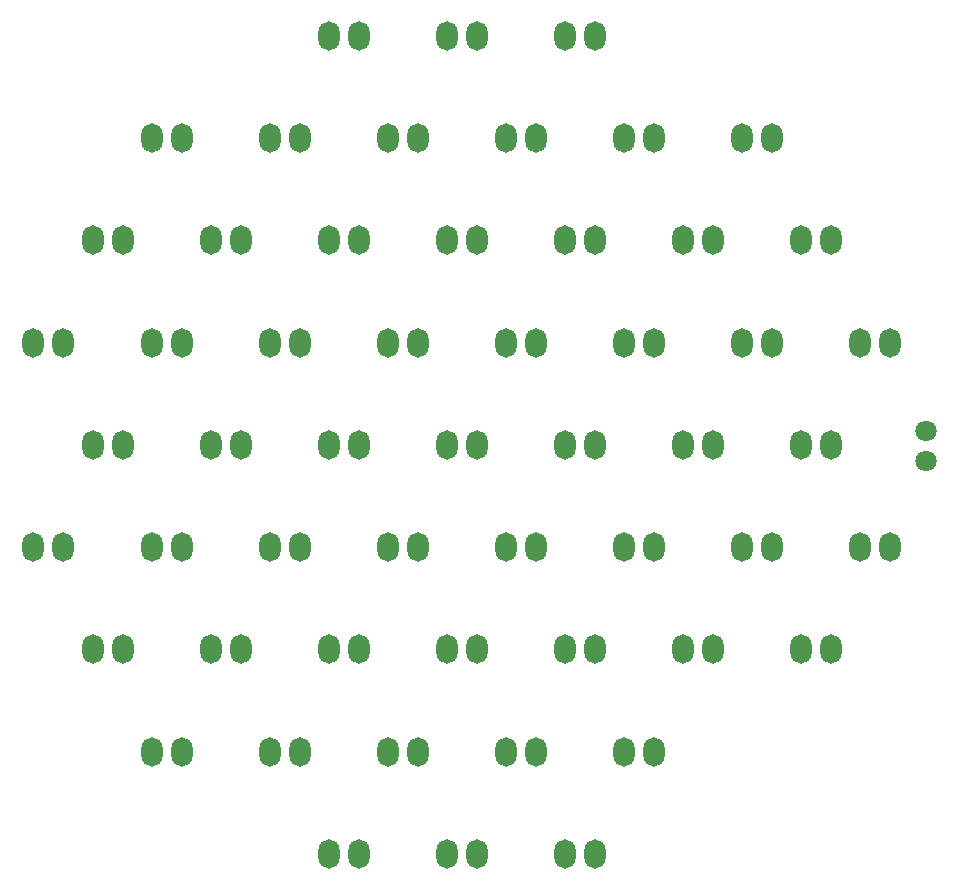
<source format=gts>
G04 #@! TF.GenerationSoftware,KiCad,Pcbnew,(5.1.9)-1*
G04 #@! TF.CreationDate,2021-10-19T01:50:32-03:00*
G04 #@! TF.ProjectId,Blue_LED,426c7565-5f4c-4454-942e-6b696361645f,rev?*
G04 #@! TF.SameCoordinates,Original*
G04 #@! TF.FileFunction,Soldermask,Top*
G04 #@! TF.FilePolarity,Negative*
%FSLAX46Y46*%
G04 Gerber Fmt 4.6, Leading zero omitted, Abs format (unit mm)*
G04 Created by KiCad (PCBNEW (5.1.9)-1) date 2021-10-19 01:50:32*
%MOMM*%
%LPD*%
G01*
G04 APERTURE LIST*
%ADD10C,1.800000*%
%ADD11O,1.800000X2.500000*%
G04 APERTURE END LIST*
D10*
X189300000Y-98850000D03*
X189300000Y-101350000D03*
D11*
X186270000Y-108660000D03*
X183730000Y-108660000D03*
X181270000Y-117320000D03*
X178730000Y-117320000D03*
X161270000Y-134640000D03*
X158730000Y-134640000D03*
X151270000Y-134640000D03*
X148730000Y-134640000D03*
X141270000Y-134640000D03*
X138730000Y-134640000D03*
X126270000Y-125980000D03*
X123730000Y-125980000D03*
X121270000Y-117320000D03*
X118730000Y-117320000D03*
X116270000Y-108660000D03*
X113730000Y-108660000D03*
X116270000Y-91340000D03*
X113730000Y-91340000D03*
X121270000Y-82680000D03*
X118730000Y-82680000D03*
X126270000Y-74020000D03*
X123730000Y-74020000D03*
X141270000Y-65360000D03*
X138730000Y-65360000D03*
X151270000Y-65360000D03*
X148730000Y-65360000D03*
X161270000Y-65360000D03*
X158730000Y-65360000D03*
X176270000Y-74020000D03*
X173730000Y-74020000D03*
X181270000Y-82680000D03*
X178730000Y-82680000D03*
X186270000Y-91340000D03*
X183730000Y-91340000D03*
X181270000Y-100000000D03*
X178730000Y-100000000D03*
X176270000Y-108660000D03*
X173730000Y-108660000D03*
X171270000Y-117320000D03*
X168730000Y-117320000D03*
X166270000Y-125980000D03*
X163730000Y-125980000D03*
X156270000Y-125980000D03*
X153730000Y-125980000D03*
X146270000Y-125980000D03*
X143730000Y-125980000D03*
X136270000Y-125980000D03*
X133730000Y-125980000D03*
X131270000Y-117320000D03*
X128730000Y-117320000D03*
X126270000Y-108660000D03*
X123730000Y-108660000D03*
X121270000Y-100000000D03*
X118730000Y-100000000D03*
X126270000Y-91340000D03*
X123730000Y-91340000D03*
X131270000Y-82680000D03*
X128730000Y-82680000D03*
X136270000Y-74020000D03*
X133730000Y-74020000D03*
X146270000Y-74020000D03*
X143730000Y-74020000D03*
X156270000Y-74020000D03*
X153730000Y-74020000D03*
X166270000Y-74020000D03*
X163730000Y-74020000D03*
X171270000Y-82680000D03*
X168730000Y-82680000D03*
X176270000Y-91340000D03*
X173730000Y-91340000D03*
X171270000Y-100000000D03*
X168730000Y-100000000D03*
X166270000Y-108660000D03*
X163730000Y-108660000D03*
X161270000Y-117320000D03*
X158730000Y-117320000D03*
X151270000Y-117320000D03*
X148730000Y-117320000D03*
X141270000Y-117320000D03*
X138730000Y-117320000D03*
X136270000Y-108660000D03*
X133730000Y-108660000D03*
X131270000Y-100000000D03*
X128730000Y-100000000D03*
X136270000Y-91340000D03*
X133730000Y-91340000D03*
X141270000Y-82680000D03*
X138730000Y-82680000D03*
X151270000Y-82680000D03*
X148730000Y-82680000D03*
X161270000Y-82680000D03*
X158730000Y-82680000D03*
X166270000Y-91340000D03*
X163730000Y-91340000D03*
X161270000Y-100000000D03*
X158730000Y-100000000D03*
X156270000Y-108660000D03*
X153730000Y-108660000D03*
X146270000Y-108660000D03*
X143730000Y-108660000D03*
X141270000Y-100000000D03*
X138730000Y-100000000D03*
X146270000Y-91340000D03*
X143730000Y-91340000D03*
X156270000Y-91340000D03*
X153730000Y-91340000D03*
X151270000Y-100000000D03*
X148730000Y-100000000D03*
M02*

</source>
